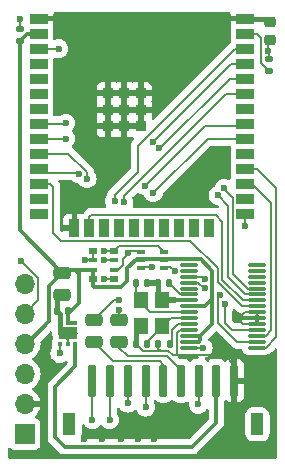
<source format=gbr>
%TF.GenerationSoftware,KiCad,Pcbnew,8.0.2-1*%
%TF.CreationDate,2025-02-04T16:39:29+07:00*%
%TF.ProjectId,ESP32-iPod-BLE,45535033-322d-4695-906f-642d424c452e,rev?*%
%TF.SameCoordinates,Original*%
%TF.FileFunction,Copper,L1,Top*%
%TF.FilePolarity,Positive*%
%FSLAX46Y46*%
G04 Gerber Fmt 4.6, Leading zero omitted, Abs format (unit mm)*
G04 Created by KiCad (PCBNEW 8.0.2-1) date 2025-02-04 16:39:29*
%MOMM*%
%LPD*%
G01*
G04 APERTURE LIST*
G04 Aperture macros list*
%AMRoundRect*
0 Rectangle with rounded corners*
0 $1 Rounding radius*
0 $2 $3 $4 $5 $6 $7 $8 $9 X,Y pos of 4 corners*
0 Add a 4 corners polygon primitive as box body*
4,1,4,$2,$3,$4,$5,$6,$7,$8,$9,$2,$3,0*
0 Add four circle primitives for the rounded corners*
1,1,$1+$1,$2,$3*
1,1,$1+$1,$4,$5*
1,1,$1+$1,$6,$7*
1,1,$1+$1,$8,$9*
0 Add four rect primitives between the rounded corners*
20,1,$1+$1,$2,$3,$4,$5,0*
20,1,$1+$1,$4,$5,$6,$7,0*
20,1,$1+$1,$6,$7,$8,$9,0*
20,1,$1+$1,$8,$9,$2,$3,0*%
G04 Aperture macros list end*
%TA.AperFunction,SMDPad,CuDef*%
%ADD10RoundRect,0.100000X-0.225000X-0.100000X0.225000X-0.100000X0.225000X0.100000X-0.225000X0.100000X0*%
%TD*%
%TA.AperFunction,SMDPad,CuDef*%
%ADD11RoundRect,0.075000X-0.662500X-0.075000X0.662500X-0.075000X0.662500X0.075000X-0.662500X0.075000X0*%
%TD*%
%TA.AperFunction,SMDPad,CuDef*%
%ADD12R,0.800000X0.500000*%
%TD*%
%TA.AperFunction,SMDPad,CuDef*%
%ADD13R,0.800000X0.400000*%
%TD*%
%TA.AperFunction,SMDPad,CuDef*%
%ADD14RoundRect,0.140000X-0.140000X-0.170000X0.140000X-0.170000X0.140000X0.170000X-0.140000X0.170000X0*%
%TD*%
%TA.AperFunction,SMDPad,CuDef*%
%ADD15RoundRect,0.140000X0.140000X0.170000X-0.140000X0.170000X-0.140000X-0.170000X0.140000X-0.170000X0*%
%TD*%
%TA.AperFunction,SMDPad,CuDef*%
%ADD16RoundRect,0.250000X0.475000X-0.250000X0.475000X0.250000X-0.475000X0.250000X-0.475000X-0.250000X0*%
%TD*%
%TA.AperFunction,SMDPad,CuDef*%
%ADD17RoundRect,0.175000X-0.175000X-1.175000X0.175000X-1.175000X0.175000X1.175000X-0.175000X1.175000X0*%
%TD*%
%TA.AperFunction,SMDPad,CuDef*%
%ADD18RoundRect,0.250000X-0.300000X-0.700000X0.300000X-0.700000X0.300000X0.700000X-0.300000X0.700000X0*%
%TD*%
%TA.AperFunction,SMDPad,CuDef*%
%ADD19R,0.900000X0.900000*%
%TD*%
%TA.AperFunction,SMDPad,CuDef*%
%ADD20R,1.500000X0.900000*%
%TD*%
%TA.AperFunction,SMDPad,CuDef*%
%ADD21R,0.900000X1.500000*%
%TD*%
%TA.AperFunction,SMDPad,CuDef*%
%ADD22RoundRect,0.135000X0.185000X-0.135000X0.185000X0.135000X-0.185000X0.135000X-0.185000X-0.135000X0*%
%TD*%
%TA.AperFunction,SMDPad,CuDef*%
%ADD23RoundRect,0.093750X-0.106250X0.093750X-0.106250X-0.093750X0.106250X-0.093750X0.106250X0.093750X0*%
%TD*%
%TA.AperFunction,HeatsinkPad*%
%ADD24C,0.500000*%
%TD*%
%TA.AperFunction,HeatsinkPad*%
%ADD25R,1.600000X1.000000*%
%TD*%
%TA.AperFunction,SMDPad,CuDef*%
%ADD26RoundRect,0.218750X-0.256250X0.218750X-0.256250X-0.218750X0.256250X-0.218750X0.256250X0.218750X0*%
%TD*%
%TA.AperFunction,SMDPad,CuDef*%
%ADD27R,1.200000X1.400000*%
%TD*%
%TA.AperFunction,SMDPad,CuDef*%
%ADD28RoundRect,0.250000X-0.475000X0.250000X-0.475000X-0.250000X0.475000X-0.250000X0.475000X0.250000X0*%
%TD*%
%TA.AperFunction,ComponentPad*%
%ADD29O,1.700000X1.700000*%
%TD*%
%TA.AperFunction,ComponentPad*%
%ADD30R,1.700000X1.700000*%
%TD*%
%TA.AperFunction,ViaPad*%
%ADD31C,0.600000*%
%TD*%
%TA.AperFunction,Conductor*%
%ADD32C,0.200000*%
%TD*%
%TA.AperFunction,Conductor*%
%ADD33C,0.400000*%
%TD*%
%TA.AperFunction,Conductor*%
%ADD34C,0.300000*%
%TD*%
G04 APERTURE END LIST*
D10*
%TO.P,U4,1,S*%
%TO.N,I2C_SCK_3V3*%
X115100000Y-90450000D03*
%TO.P,U4,2,G*%
%TO.N,+3V3*%
X115100000Y-91100000D03*
%TO.P,U4,3,D*%
%TO.N,I2C_SDA_1V8*%
X115100000Y-91750000D03*
%TO.P,U4,4,S*%
%TO.N,I2C_SDA_3V3*%
X117000000Y-91750000D03*
%TO.P,U4,5,G*%
%TO.N,+3V3*%
X117000000Y-91100000D03*
%TO.P,U4,6,D*%
%TO.N,I2C_SCK_1V8*%
X117000000Y-90450000D03*
%TD*%
D11*
%TO.P,U3,30,VINR3/VIN3P*%
%TO.N,unconnected-(U3-VINR3{slash}VIN3P-Pad30)*%
X124862500Y-91500000D03*
%TO.P,U3,29,VINL3/VIN4P*%
%TO.N,unconnected-(U3-VINL3{slash}VIN4P-Pad29)*%
X124862500Y-92000000D03*
%TO.P,U3,28,VINR4/VIN3M*%
%TO.N,unconnected-(U3-VINR4{slash}VIN3M-Pad28)*%
X124862500Y-92500000D03*
%TO.P,U3,27,VINL4/VIN4M*%
%TO.N,unconnected-(U3-VINL4{slash}VIN4M-Pad27)*%
X124862500Y-93000000D03*
%TO.P,U3,26,MD0*%
%TO.N,MD0*%
X124862500Y-93500000D03*
%TO.P,U3,25,MD1*%
%TO.N,MD1*%
X124862500Y-94000000D03*
%TO.P,U3,24,MD2*%
%TO.N,MD2*%
X124862500Y-94500000D03*
%TO.P,U3,23,MD3*%
%TO.N,MD3*%
X124862500Y-95000000D03*
%TO.P,U3,22,MD4*%
%TO.N,GND*%
X124862500Y-95500000D03*
%TO.P,U3,21,MD5*%
X124862500Y-96000000D03*
%TO.P,U3,20,MD6*%
X124862500Y-96500000D03*
%TO.P,U3,19,INT*%
%TO.N,ADC_INT*%
X124862500Y-97000000D03*
%TO.P,U3,18,DOUT*%
%TO.N,I2S_DATA_3V3*%
X124862500Y-97500000D03*
%TO.P,U3,17,BCK*%
%TO.N,I2S_BCK_3V3*%
X124862500Y-98000000D03*
%TO.P,U3,16,LRCK*%
%TO.N,I2S_WS_3V3*%
X124862500Y-98500000D03*
%TO.P,U3,15,SCKI*%
%TO.N,Net-(JP6-B)*%
X119137500Y-98500000D03*
%TO.P,U3,14,IOVDD*%
%TO.N,+3V3*%
X119137500Y-98000000D03*
%TO.P,U3,13,DVDD*%
X119137500Y-97500000D03*
%TO.P,U3,12,DGND*%
%TO.N,GND*%
X119137500Y-97000000D03*
%TO.P,U3,11,LDO*%
%TO.N,Net-(U3-LDO)*%
X119137500Y-96500000D03*
%TO.P,U3,10,XI*%
%TO.N,Net-(U3-XI)*%
X119137500Y-96000000D03*
%TO.P,U3,9,XO*%
%TO.N,Net-(U3-XO)*%
X119137500Y-95500000D03*
%TO.P,U3,8,AVDD*%
%TO.N,+3V3*%
X119137500Y-95000000D03*
%TO.P,U3,7,AGND*%
%TO.N,GND*%
X119137500Y-94500000D03*
%TO.P,U3,6,VREF*%
%TO.N,Net-(U3-VREF)*%
X119137500Y-94000000D03*
%TO.P,U3,5,MIC_BIAS*%
%TO.N,unconnected-(U3-MIC_BIAS-Pad5)*%
X119137500Y-93500000D03*
%TO.P,U3,4,VINR1/VIN2P*%
%TO.N,Net-(U3-VINR1{slash}VIN2P)*%
X119137500Y-93000000D03*
%TO.P,U3,3,VINL1/VIN1P*%
%TO.N,Net-(U3-VINL1{slash}VIN1P)*%
X119137500Y-92500000D03*
%TO.P,U3,2,VINR2/VIN2M*%
%TO.N,unconnected-(U3-VINR2{slash}VIN2M-Pad2)*%
X119137500Y-92000000D03*
%TO.P,U3,1,VINL2/VIN1M*%
%TO.N,unconnected-(U3-VINL2{slash}VIN1M-Pad1)*%
X119137500Y-91500000D03*
%TD*%
D12*
%TO.P,RN1,1,R1.1*%
%TO.N,I2C_SDA_3V3*%
X112800000Y-92700000D03*
D13*
%TO.P,RN1,2,R2.1*%
%TO.N,I2C_SCK_3V3*%
X112800000Y-91900000D03*
%TO.P,RN1,3,R3.1*%
%TO.N,I2C_SDA_1V8*%
X112800000Y-91100000D03*
D12*
%TO.P,RN1,4,R4.1*%
%TO.N,I2C_SCK_1V8*%
X112800000Y-90300000D03*
%TO.P,RN1,5,R4.2*%
%TO.N,+1V8*%
X111000000Y-90300000D03*
D13*
%TO.P,RN1,6,R3.2*%
X111000000Y-91100000D03*
%TO.P,RN1,7,R2.2*%
%TO.N,+3V3*%
X111000000Y-91900000D03*
D12*
%TO.P,RN1,8,R1.2*%
X111000000Y-92700000D03*
%TD*%
D14*
%TO.P,C8,1*%
%TO.N,GND*%
X114651250Y-98200000D03*
%TO.P,C8,2*%
%TO.N,Net-(U3-XI)*%
X115611250Y-98200000D03*
%TD*%
D15*
%TO.P,C7,1*%
%TO.N,GND*%
X115600000Y-93000000D03*
%TO.P,C7,2*%
%TO.N,Net-(U3-XO)*%
X114640000Y-93000000D03*
%TD*%
D14*
%TO.P,C6,2*%
%TO.N,Net-(U3-VREF)*%
X117460000Y-93000000D03*
%TO.P,C6,1*%
%TO.N,GND*%
X116500000Y-93000000D03*
%TD*%
D15*
%TO.P,C5,1*%
%TO.N,Net-(U3-LDO)*%
X117480000Y-98200000D03*
%TO.P,C5,2*%
%TO.N,GND*%
X116520000Y-98200000D03*
%TD*%
D16*
%TO.P,C4,1*%
%TO.N,LINE_R*%
X113200000Y-98049999D03*
%TO.P,C4,2*%
%TO.N,Net-(U3-VINR1{slash}VIN2P)*%
X113200000Y-96150001D03*
%TD*%
%TO.P,C3,1*%
%TO.N,LINE_L*%
X111099998Y-98049999D03*
%TO.P,C3,2*%
%TO.N,Net-(U3-VINL1{slash}VIN1P)*%
X111099998Y-96150001D03*
%TD*%
D17*
%TO.P,J1,1,Pin_1*%
%TO.N,RX_2*%
X110950000Y-101300000D03*
%TO.P,J1,2,Pin_2*%
%TO.N,TX_2*%
X112450000Y-101300000D03*
%TO.P,J1,3,Pin_3*%
%TO.N,I2C_SDA_1V8*%
X113950000Y-101300000D03*
%TO.P,J1,4,Pin_4*%
%TO.N,I2C_SCK_1V8*%
X115450000Y-101300000D03*
%TO.P,J1,5,Pin_5*%
%TO.N,LINE_L*%
X116950000Y-101300000D03*
%TO.P,J1,6,Pin_6*%
%TO.N,LINE_R*%
X118450000Y-101300000D03*
%TO.P,J1,7,Pin_7*%
%TO.N,+1V8*%
X119950000Y-101300000D03*
%TO.P,J1,8,Pin_8*%
%TO.N,V_BATT*%
X121450000Y-101300000D03*
%TO.P,J1,9,Pin_9*%
%TO.N,GND*%
X122950000Y-101300000D03*
D18*
%TO.P,J1,MP*%
%TO.N,N/C*%
X109000000Y-105000000D03*
X124900000Y-105000000D03*
%TD*%
D19*
%TO.P,U2,39,GND_THERMAL*%
%TO.N,GND*%
X115050000Y-79760000D03*
X115050000Y-78360000D03*
X115050000Y-76960000D03*
X113650000Y-79760000D03*
X113650000Y-79760000D03*
X113650000Y-78360000D03*
X113650000Y-76960000D03*
X112250000Y-79760000D03*
X112250000Y-79760000D03*
X112250000Y-78360000D03*
X112250000Y-76960000D03*
X112250000Y-76960000D03*
D20*
%TO.P,U2,38,GND*%
X123900000Y-70640000D03*
%TO.P,U2,37,GPIO23*%
%TO.N,LED*%
X123900000Y-71910000D03*
%TO.P,U2,36,GPIO22*%
%TO.N,I2C_SCK_3V3*%
X123900000Y-73180000D03*
%TO.P,U2,35,U0TXD/GPIO1*%
%TO.N,TX_0*%
X123900000Y-74450000D03*
%TO.P,U2,34,U0RXD/GPIO3*%
%TO.N,RX_0*%
X123900000Y-75720000D03*
%TO.P,U2,33,GPIO21*%
%TO.N,I2C_SDA_3V3*%
X123900000Y-76990000D03*
%TO.P,U2,32*%
%TO.N,N/C*%
X123900000Y-78260000D03*
%TO.P,U2,31,GPIO19*%
%TO.N,RX_2*%
X123900000Y-79530000D03*
%TO.P,U2,30,GPIO18*%
%TO.N,TX_2*%
X123900000Y-80800000D03*
%TO.P,U2,29,GPIO5*%
%TO.N,unconnected-(U2-GPIO5-Pad29)*%
X123900000Y-82070000D03*
%TO.P,U2,28,GPIO17*%
%TO.N,I2S_WS_3V3*%
X123900000Y-83340000D03*
%TO.P,U2,27,GPIO16*%
%TO.N,I2S_DATA_3V3*%
X123900000Y-84610000D03*
%TO.P,U2,26,ADC2_CH0/GPIO4*%
%TO.N,unconnected-(U2-ADC2_CH0{slash}GPIO4-Pad26)*%
X123900000Y-85880000D03*
%TO.P,U2,25,GPIO0/BOOT/ADC2_CH1*%
%TO.N,IO0*%
X123900000Y-87150000D03*
D21*
%TO.P,U2,24,ADC2_CH2/GPIO2*%
%TO.N,unconnected-(U2-ADC2_CH2{slash}GPIO2-Pad24)*%
X120860000Y-88400000D03*
%TO.P,U2,23,MTDO/GPIO15/ADC2_CH3*%
%TO.N,unconnected-(U2-MTDO{slash}GPIO15{slash}ADC2_CH3-Pad23)*%
X119590000Y-88400000D03*
%TO.P,U2,22*%
%TO.N,N/C*%
X118320000Y-88400000D03*
%TO.P,U2,21*%
X117050000Y-88400000D03*
%TO.P,U2,20*%
X115780000Y-88400000D03*
%TO.P,U2,19*%
X114510000Y-88400000D03*
%TO.P,U2,18*%
X113240000Y-88400000D03*
%TO.P,U2,17*%
X111970000Y-88400000D03*
%TO.P,U2,16,MTCK/GPIO13/ADC2_CH4*%
%TO.N,MD2*%
X110700000Y-88400000D03*
%TO.P,U2,15,GND*%
%TO.N,GND*%
X109430000Y-88400000D03*
D20*
%TO.P,U2,14,MTDI/GPIO12/ADC2_CH5*%
%TO.N,unconnected-(U2-MTDI{slash}GPIO12{slash}ADC2_CH5-Pad14)*%
X106400000Y-87150000D03*
%TO.P,U2,13,MTMS/GPIO14/ADC2_CH6*%
%TO.N,unconnected-(U2-MTMS{slash}GPIO14{slash}ADC2_CH6-Pad13)*%
X106400000Y-85880000D03*
%TO.P,U2,12,ADC2_CH7/GPIO27*%
%TO.N,MD3*%
X106400000Y-84610000D03*
%TO.P,U2,11,DAC_2/ADC2_CH9/GPIO26*%
%TO.N,ADC_INT*%
X106400000Y-83340000D03*
%TO.P,U2,10,DAC_1/ADC2_CH8/GPIO25*%
%TO.N,I2S_BCK_3V3*%
X106400000Y-82070000D03*
%TO.P,U2,9,32K_XN/GPIO33/ADC1_CH5*%
%TO.N,MD1*%
X106400000Y-80800000D03*
%TO.P,U2,8,32K_XP/GPIO32/ADC1_CH4*%
%TO.N,MD0*%
X106400000Y-79530000D03*
%TO.P,U2,7,GPIO35/ADC1_CH7*%
%TO.N,unconnected-(U2-GPIO35{slash}ADC1_CH7-Pad7)*%
X106400000Y-78260000D03*
%TO.P,U2,6,GPIO34/ADC1_CH6*%
%TO.N,unconnected-(U2-GPIO34{slash}ADC1_CH6-Pad6)*%
X106400000Y-76990000D03*
%TO.P,U2,5,SENSOR_VN/GPIO39/ADC1_CH3*%
%TO.N,unconnected-(U2-SENSOR_VN{slash}GPIO39{slash}ADC1_CH3-Pad5)*%
X106400000Y-75720000D03*
%TO.P,U2,4,SENSOR_VP/GPIO36/ADC1_CH0*%
%TO.N,unconnected-(U2-SENSOR_VP{slash}GPIO36{slash}ADC1_CH0-Pad4)*%
X106400000Y-74450000D03*
%TO.P,U2,3,EN/CHIP_PU*%
%TO.N,RST*%
X106400000Y-73180000D03*
%TO.P,U2,2,3V3*%
%TO.N,+3V3*%
X106400000Y-71910000D03*
%TO.P,U2,1,GND*%
%TO.N,GND*%
X106400000Y-70640000D03*
%TD*%
D15*
%TO.P,C1,1*%
%TO.N,+3V3*%
X108880000Y-95400000D03*
%TO.P,C1,2*%
%TO.N,GND*%
X107920000Y-95400000D03*
%TD*%
D22*
%TO.P,R2,2*%
%TO.N,Net-(D1-A)*%
X125900000Y-74090001D03*
%TO.P,R2,1*%
%TO.N,LED*%
X125900000Y-75109999D03*
%TD*%
%TO.P,R1,1*%
%TO.N,+3V3*%
X104800000Y-72509999D03*
%TO.P,R1,2*%
%TO.N,RST*%
X104800000Y-71490001D03*
%TD*%
D23*
%TO.P,U1,1,OUT*%
%TO.N,+3V3*%
X109500000Y-96412500D03*
%TO.P,U1,2,SNS*%
X108850000Y-96412500D03*
%TO.P,U1,3,GND*%
%TO.N,GND*%
X108200000Y-96412500D03*
%TO.P,U1,4,EN*%
%TO.N,ENA*%
X108200000Y-98187500D03*
%TO.P,U1,5,GND*%
%TO.N,GND*%
X108850000Y-98187500D03*
%TO.P,U1,6,IN*%
%TO.N,V_BATT*%
X109500000Y-98187500D03*
D24*
%TO.P,U1,7,PAD*%
%TO.N,GND*%
X109400000Y-97300000D03*
D25*
X108850000Y-97300000D03*
D24*
X108300000Y-97300000D03*
%TD*%
D26*
%TO.P,D1,1,K*%
%TO.N,GND*%
X126000000Y-70900000D03*
%TO.P,D1,2,A*%
%TO.N,Net-(D1-A)*%
X126000000Y-72475002D03*
%TD*%
D27*
%TO.P,Y2,1,1*%
%TO.N,Net-(U3-XI)*%
X116800000Y-96700000D03*
%TO.P,Y2,2,2*%
%TO.N,GND*%
X116800000Y-94500000D03*
%TO.P,Y2,3,3*%
%TO.N,Net-(U3-XO)*%
X115100000Y-94500000D03*
%TO.P,Y2,4,4*%
%TO.N,GND*%
X115100000Y-96700000D03*
%TD*%
D28*
%TO.P,C2,1*%
%TO.N,+3V3*%
X108400000Y-92150001D03*
%TO.P,C2,2*%
%TO.N,GND*%
X108400000Y-94049999D03*
%TD*%
D29*
%TO.P,J2,6,Pin_6*%
%TO.N,RX_0*%
X105200000Y-93100000D03*
%TO.P,J2,5,Pin_5*%
%TO.N,TX_0*%
X105200000Y-95640000D03*
%TO.P,J2,4,Pin_4*%
%TO.N,+3V3*%
X105200000Y-98180000D03*
%TO.P,J2,3,Pin_3*%
%TO.N,IO0*%
X105200000Y-100720001D03*
%TO.P,J2,2,Pin_2*%
%TO.N,GND*%
X105200000Y-103260000D03*
D30*
%TO.P,J2,1,Pin_1*%
%TO.N,RST*%
X105200000Y-105800000D03*
%TD*%
D31*
%TO.N,GND*%
X123300000Y-96100000D03*
X109600000Y-86300000D03*
X108600000Y-86300000D03*
X109600000Y-85100000D03*
X108600000Y-85100000D03*
X117850000Y-94500000D03*
X117250000Y-86300000D03*
X118020000Y-86310000D03*
X118800000Y-86300000D03*
X121970000Y-83330000D03*
X121970000Y-82490000D03*
X121960000Y-81680000D03*
%TO.N,MD1*%
X121587851Y-85614579D03*
X108700000Y-80800000D03*
%TO.N,MD0*%
X122100000Y-85000000D03*
X108700000Y-79500000D03*
%TO.N,TX_0*%
X104900000Y-91200000D03*
%TO.N,I2C_SDA_3V3*%
X113614145Y-86200000D03*
%TO.N,I2C_SCK_3V3*%
X114000000Y-90500000D03*
%TO.N,I2S_BCK_3V3*%
X121792892Y-94007108D03*
X110500000Y-84200000D03*
%TO.N,IO0*%
X123900000Y-88200000D03*
%TO.N,ADC_INT*%
X122200000Y-94788865D03*
X109800000Y-83800000D03*
%TO.N,Net-(JP6-B)*%
X120329962Y-98546542D03*
%TO.N,I2C_SDA_3V3*%
X111900000Y-92700000D03*
X117900001Y-92017686D03*
%TO.N,I2C_SDA_1V8*%
X116000000Y-91694062D03*
%TO.N,+1V8*%
X110300000Y-91100000D03*
%TO.N,I2C_SCK_1V8*%
X115450000Y-103550000D03*
X111900000Y-90300000D03*
%TO.N,I2C_SDA_1V8*%
X113950000Y-103200000D03*
X111900000Y-91100000D03*
%TO.N,+1V8*%
X119900000Y-103300000D03*
%TO.N,Net-(U3-VINL1{slash}VIN1P)*%
X113200000Y-94499997D03*
X120450000Y-92694062D03*
%TO.N,Net-(U3-VINR1{slash}VIN2P)*%
X113200000Y-95300000D03*
X120450000Y-93494065D03*
%TO.N,RST*%
X108100000Y-73200000D03*
%TO.N,ENA*%
X108200000Y-99000000D03*
%TO.N,RX_2*%
X110950000Y-104600000D03*
%TO.N,TX_2*%
X112400000Y-104600000D03*
%TO.N,Net-(D1-A)*%
X125825000Y-73400000D03*
%TO.N,GND*%
X116600000Y-74800000D03*
X114600000Y-73800000D03*
X112600000Y-73800000D03*
X114600000Y-74800000D03*
X115600000Y-73800000D03*
X113600000Y-73800000D03*
X111800000Y-106200000D03*
X114800000Y-106200000D03*
X116200000Y-106200000D03*
X111600000Y-73800000D03*
X112600000Y-74800000D03*
X111600000Y-74800000D03*
X115600000Y-74800000D03*
X110200000Y-106200000D03*
X113600000Y-74800000D03*
X113400000Y-106200000D03*
X116600000Y-73800000D03*
%TO.N,RX_0*%
X116615642Y-81643761D03*
%TO.N,RX_2*%
X115400000Y-84800000D03*
%TO.N,TX_2*%
X116100000Y-85400000D03*
%TO.N,TX_0*%
X116059143Y-81069032D03*
%TO.N,I2C_SCK_3V3*%
X112820417Y-86100000D03*
%TO.N,RST*%
X104800000Y-70720000D03*
%TD*%
D32*
%TO.N,I2S_BCK_3V3*%
X108918529Y-82070000D02*
X106400000Y-82070000D01*
X110500000Y-84200000D02*
X110500000Y-83651471D01*
X110500000Y-83651471D02*
X108918529Y-82070000D01*
%TO.N,ADC_INT*%
X109800000Y-83800000D02*
X109700000Y-83700000D01*
X106760000Y-83700000D02*
X106400000Y-83340000D01*
X109700000Y-83700000D02*
X106760000Y-83700000D01*
%TO.N,GND*%
X122167157Y-99167157D02*
X118100000Y-99167157D01*
X119137500Y-97000000D02*
X118367590Y-97000000D01*
X118100000Y-97267590D02*
X118100000Y-99167157D01*
X118100000Y-99167157D02*
X117742843Y-99167157D01*
X118367590Y-97000000D02*
X118100000Y-97267590D01*
%TO.N,Net-(U3-LDO)*%
X117500000Y-98300000D02*
X117700000Y-98100000D01*
X117700000Y-97000000D02*
X118200000Y-96500000D01*
X117700000Y-98100000D02*
X117700000Y-97000000D01*
X118200000Y-96500000D02*
X119137500Y-96500000D01*
%TO.N,GND*%
X126000000Y-70900000D02*
X125900000Y-70900000D01*
X125900000Y-70900000D02*
X125640000Y-70640000D01*
D33*
X125640000Y-70640000D02*
X123900000Y-70640000D01*
D32*
%TO.N,MD3*%
X124862500Y-95000000D02*
X123634314Y-95000000D01*
X121550000Y-91794365D02*
X119205635Y-89450000D01*
X119205635Y-89450000D02*
X108250000Y-89450000D01*
X107350000Y-84610000D02*
X106400000Y-84610000D01*
X123634314Y-95000000D02*
X121550000Y-92915686D01*
X121550000Y-92915686D02*
X121550000Y-91794365D01*
X108250000Y-89450000D02*
X107630000Y-88830000D01*
X107630000Y-84890000D02*
X107350000Y-84610000D01*
X107630000Y-88830000D02*
X107630000Y-84890000D01*
D33*
%TO.N,GND*%
X116500000Y-93000000D02*
X116500000Y-94200000D01*
D32*
X116500000Y-94200000D02*
X116800000Y-94500000D01*
X124862500Y-95500000D02*
X123900000Y-95500000D01*
X123900000Y-95500000D02*
X123300000Y-96100000D01*
X124862500Y-96500000D02*
X123700000Y-96500000D01*
X123700000Y-96500000D02*
X123300000Y-96100000D01*
%TO.N,ADC_INT*%
X122200000Y-94788865D02*
X122200000Y-96434314D01*
X122200000Y-96434314D02*
X122765686Y-97000000D01*
X122765686Y-97000000D02*
X124862500Y-97000000D01*
%TO.N,I2S_BCK_3V3*%
X121792892Y-94007108D02*
X121600000Y-94200000D01*
X121600000Y-94200000D02*
X121600000Y-96400000D01*
X121600000Y-96400000D02*
X123200000Y-98000000D01*
X123200000Y-98000000D02*
X124862500Y-98000000D01*
%TO.N,MD2*%
X124862500Y-94500000D02*
X123700000Y-94500000D01*
X123700000Y-94500000D02*
X121950000Y-92750000D01*
X121379584Y-87279584D02*
X110870416Y-87279584D01*
X110870416Y-87279584D02*
X110700000Y-87450000D01*
X121950000Y-92750000D02*
X121950000Y-87850000D01*
X121950000Y-87850000D02*
X121379584Y-87279584D01*
X110700000Y-87450000D02*
X110700000Y-88400000D01*
%TO.N,I2S_DATA_3V3*%
X124862500Y-97500000D02*
X125632410Y-97500000D01*
X125632410Y-97500000D02*
X126100000Y-97032410D01*
X126100000Y-97032410D02*
X126100000Y-86280000D01*
X124430000Y-84610000D02*
X123900000Y-84610000D01*
X126100000Y-86280000D02*
X124430000Y-84610000D01*
%TO.N,I2S_WS_3V3*%
X123900000Y-83340000D02*
X124890000Y-83340000D01*
X126500000Y-97632410D02*
X125632410Y-98500000D01*
X124890000Y-83340000D02*
X126500000Y-84950000D01*
X126500000Y-84950000D02*
X126500000Y-97632410D01*
X125632410Y-98500000D02*
X124862500Y-98500000D01*
D34*
%TO.N,+3V3*%
X113900000Y-92850000D02*
X113400000Y-93350000D01*
X114685832Y-91000000D02*
X113900000Y-91785832D01*
X113900000Y-91785832D02*
X113900000Y-92850000D01*
X115100000Y-91000000D02*
X114685832Y-91000000D01*
X113400000Y-93350000D02*
X111100000Y-93350000D01*
X111100000Y-93350000D02*
X111000000Y-93250000D01*
X111000000Y-93250000D02*
X111000000Y-92700000D01*
X115100000Y-91000000D02*
X120119239Y-91000000D01*
X120119239Y-91000000D02*
X121100000Y-91980761D01*
X121100000Y-91980761D02*
X121100000Y-94400000D01*
D32*
%TO.N,I2C_SDA_1V8*%
X116000000Y-91694062D02*
X115955938Y-91650000D01*
X115955938Y-91650000D02*
X115100000Y-91650000D01*
%TO.N,I2C_SCK_3V3*%
X114150000Y-90350000D02*
X113500000Y-91000000D01*
X113500000Y-91000000D02*
X113500000Y-91550000D01*
X113500000Y-91550000D02*
X113150000Y-91900000D01*
X113150000Y-91900000D02*
X112800000Y-91900000D01*
%TO.N,Net-(D1-A)*%
X125900000Y-74090001D02*
X125900000Y-73475000D01*
X125900000Y-73475000D02*
X125825000Y-73400000D01*
X125800000Y-72675002D02*
X126000000Y-72475002D01*
X125825000Y-73400000D02*
X125800000Y-73375000D01*
X125800000Y-73375000D02*
X125800000Y-72675002D01*
%TO.N,LED*%
X126000000Y-74909999D02*
X125709999Y-74909999D01*
X125709999Y-74909999D02*
X125225000Y-74425000D01*
X125225000Y-74425000D02*
X125225000Y-72285000D01*
X125225000Y-72285000D02*
X124850000Y-71910000D01*
X124850000Y-71910000D02*
X123900000Y-71910000D01*
%TO.N,RST*%
X108100000Y-73200000D02*
X106950000Y-73200000D01*
X106930000Y-73180000D02*
X106400000Y-73180000D01*
X106950000Y-73200000D02*
X106930000Y-73180000D01*
%TO.N,GND*%
X108850000Y-98187500D02*
X108850000Y-97850000D01*
X108850000Y-97850000D02*
X108300000Y-97300000D01*
D33*
X108200000Y-96412500D02*
X108200000Y-97200000D01*
D32*
X108200000Y-97200000D02*
X108300000Y-97300000D01*
D33*
X108200000Y-96412500D02*
X108200000Y-95680000D01*
X108200000Y-95680000D02*
X107920000Y-95400000D01*
X107920000Y-95400000D02*
X107920000Y-94529999D01*
D32*
X108300000Y-96512500D02*
X108200000Y-96412500D01*
X116730000Y-98810000D02*
X115261250Y-98810000D01*
X116520000Y-98600000D02*
X116520000Y-98200000D01*
X117385686Y-98810000D02*
X116730000Y-98810000D01*
X116730000Y-98810000D02*
X116520000Y-98600000D01*
X122950000Y-101300000D02*
X122950000Y-99950000D01*
X122950000Y-99950000D02*
X122167157Y-99167157D01*
X117742843Y-99167157D02*
X117385686Y-98810000D01*
X115261250Y-98810000D02*
X114651250Y-98200000D01*
%TO.N,LINE_R*%
X118450000Y-101300000D02*
X118450000Y-100440000D01*
X117250000Y-99240000D02*
X113940002Y-99240000D01*
X118450000Y-100440000D02*
X117250000Y-99240000D01*
X113940002Y-99240000D02*
X113200000Y-98499998D01*
%TO.N,LINE_L*%
X116950000Y-101300000D02*
X116950000Y-99950000D01*
X116950000Y-99950000D02*
X116640000Y-99640000D01*
X116640000Y-99640000D02*
X112689999Y-99640000D01*
X112689999Y-99640000D02*
X111099998Y-98049999D01*
D33*
%TO.N,GND*%
X114651250Y-98200000D02*
X114651250Y-97148750D01*
D32*
%TO.N,Net-(U3-VINR1{slash}VIN2P)*%
X119907410Y-93000000D02*
X119137500Y-93000000D01*
X120450000Y-93494065D02*
X120401475Y-93494065D01*
X120401475Y-93494065D02*
X119907410Y-93000000D01*
D34*
%TO.N,GND*%
X119137500Y-94500000D02*
X116800000Y-94500000D01*
D32*
%TO.N,TX_0*%
X105200000Y-95640000D02*
X106350000Y-94490000D01*
X106350000Y-92623654D02*
X104926346Y-91200000D01*
X106350000Y-94490000D02*
X106350000Y-92623654D01*
X104926346Y-91200000D02*
X104900000Y-91200000D01*
%TO.N,+1V8*%
X119900000Y-103300000D02*
X119950000Y-103250000D01*
X119950000Y-103250000D02*
X119950000Y-101300000D01*
%TO.N,MD0*%
X124862500Y-93500000D02*
X124092590Y-93500000D01*
X124092590Y-93500000D02*
X122850000Y-92257410D01*
X122850000Y-85850000D02*
X122100000Y-85100000D01*
X122850000Y-92257410D02*
X122850000Y-85850000D01*
X122100000Y-85100000D02*
X122100000Y-85000000D01*
%TO.N,MD1*%
X121587851Y-85614579D02*
X122450000Y-86476728D01*
X122450000Y-86476728D02*
X122450000Y-92550000D01*
X123900000Y-94000000D02*
X124862500Y-94000000D01*
X122450000Y-92550000D02*
X123900000Y-94000000D01*
%TO.N,I2C_SDA_3V3*%
X113614145Y-86200000D02*
X113614145Y-85634385D01*
X113614145Y-85634385D02*
X122258530Y-76990000D01*
X122258530Y-76990000D02*
X123900000Y-76990000D01*
%TO.N,I2C_SCK_3V3*%
X112820417Y-85579583D02*
X114800000Y-83600000D01*
X112820417Y-86100000D02*
X112820417Y-85579583D01*
X114800000Y-83600000D02*
X114800000Y-81400000D01*
X114800000Y-81400000D02*
X123020000Y-73180000D01*
X123020000Y-73180000D02*
X123900000Y-73180000D01*
%TO.N,MD1*%
X106400000Y-80800000D02*
X108700000Y-80800000D01*
%TO.N,MD0*%
X108700000Y-79500000D02*
X108670000Y-79530000D01*
X108670000Y-79530000D02*
X106400000Y-79530000D01*
%TO.N,RX_2*%
X110950000Y-104600000D02*
X110950000Y-101300000D01*
%TO.N,TX_2*%
X112400000Y-104600000D02*
X112450000Y-104550000D01*
X112450000Y-104550000D02*
X112450000Y-101300000D01*
%TO.N,RX_2*%
X120500000Y-79700000D02*
X123730000Y-79700000D01*
X115400000Y-84800000D02*
X120500000Y-79700000D01*
X123730000Y-79700000D02*
X123900000Y-79530000D01*
%TO.N,TX_2*%
X116100000Y-85400000D02*
X120700000Y-80800000D01*
X120700000Y-80800000D02*
X123900000Y-80800000D01*
%TO.N,RX_0*%
X116615642Y-81643761D02*
X116656239Y-81643761D01*
X116656239Y-81643761D02*
X122580000Y-75720000D01*
X122580000Y-75720000D02*
X123900000Y-75720000D01*
%TO.N,IO0*%
X123900000Y-87150000D02*
X123900000Y-88200000D01*
%TO.N,TX_0*%
X122700000Y-74450000D02*
X123900000Y-74450000D01*
X116059143Y-81069032D02*
X116080968Y-81069032D01*
X116080968Y-81069032D02*
X122700000Y-74450000D01*
D34*
%TO.N,+3V3*%
X108880000Y-95400000D02*
X109100000Y-95400000D01*
X109100000Y-95400000D02*
X109800000Y-94700000D01*
X109800000Y-94700000D02*
X109800000Y-92200000D01*
X109800000Y-92200000D02*
X109500000Y-91900000D01*
X109500000Y-91900000D02*
X108650001Y-91900000D01*
D32*
%TO.N,+1V8*%
X111000000Y-91100000D02*
X110300000Y-91100000D01*
%TO.N,Net-(U3-VINL1{slash}VIN1P)*%
X120450000Y-92694062D02*
X120255938Y-92500000D01*
X120255938Y-92500000D02*
X119137500Y-92500000D01*
D34*
%TO.N,+3V3*%
X121100000Y-94400000D02*
X120500000Y-95000000D01*
X120500000Y-95000000D02*
X119137500Y-95000000D01*
D32*
%TO.N,I2C_SCK_3V3*%
X115100000Y-90350000D02*
X114150000Y-90350000D01*
X114000000Y-90500000D02*
X114150000Y-90350000D01*
D34*
%TO.N,+3V3*%
X121100000Y-94400000D02*
X121100000Y-94800000D01*
X120078120Y-97500000D02*
X120078120Y-97900000D01*
X120078120Y-97900000D02*
X119978120Y-98000000D01*
X121100000Y-96478120D02*
X120078120Y-97500000D01*
X120078120Y-97500000D02*
X119137500Y-97500000D01*
X121100000Y-94600000D02*
X121100000Y-96478120D01*
D32*
%TO.N,Net-(JP6-B)*%
X120283420Y-98500000D02*
X120329962Y-98546542D01*
X119137500Y-98500000D02*
X120283420Y-98500000D01*
D34*
%TO.N,+3V3*%
X119978120Y-98000000D02*
X119137500Y-98000000D01*
X111000000Y-91900000D02*
X108650001Y-91900000D01*
X108650001Y-91900000D02*
X108400000Y-92150001D01*
D32*
X115100000Y-91000000D02*
X114856544Y-91000000D01*
%TO.N,I2C_SDA_3V3*%
X117900001Y-92017686D02*
X117532315Y-91650000D01*
X117532315Y-91650000D02*
X117000000Y-91650000D01*
X111900000Y-92700000D02*
X112800000Y-92700000D01*
%TO.N,+3V3*%
X111000000Y-91900000D02*
X110800000Y-91900000D01*
%TO.N,I2C_SCK_1V8*%
X112800000Y-90300000D02*
X113200000Y-89900000D01*
X113200000Y-89900000D02*
X114000000Y-89900000D01*
X113800000Y-89900000D02*
X116500000Y-89900000D01*
X116500000Y-89900000D02*
X117000000Y-90400000D01*
%TO.N,+1V8*%
X111000000Y-91100000D02*
X111000000Y-90300000D01*
%TO.N,Net-(U3-VINL1{slash}VIN1P)*%
X112750002Y-94499997D02*
X111099998Y-96150001D01*
X113200000Y-94499997D02*
X112750002Y-94499997D01*
D34*
%TO.N,+3V3*%
X108400000Y-92150001D02*
X107290000Y-93260001D01*
X107290000Y-93260001D02*
X107290000Y-96290000D01*
X107290000Y-96290000D02*
X105400000Y-98180000D01*
X108400000Y-92150001D02*
X104800000Y-88550001D01*
X104800000Y-88550001D02*
X104800000Y-72509999D01*
X108880000Y-95400000D02*
X108850000Y-95430000D01*
X108850000Y-95430000D02*
X108850000Y-96412500D01*
D32*
%TO.N,I2C_SCK_1V8*%
X115450000Y-103550000D02*
X115450000Y-101300000D01*
%TO.N,I2C_SDA_1V8*%
X113950000Y-103200000D02*
X113950000Y-101300000D01*
%TO.N,I2C_SCK_1V8*%
X112800000Y-90300000D02*
X111900000Y-90300000D01*
%TO.N,I2C_SDA_1V8*%
X112800000Y-91100000D02*
X111900000Y-91100000D01*
D34*
%TO.N,+3V3*%
X111000000Y-92700000D02*
X111000000Y-91900000D01*
D32*
X111000000Y-92700000D02*
X110975000Y-92675000D01*
D34*
%TO.N,V_BATT*%
X109500000Y-98187500D02*
X109500000Y-100100000D01*
X109500000Y-100100000D02*
X107800000Y-101800000D01*
X107800000Y-101800000D02*
X107800000Y-106100000D01*
X107800000Y-106100000D02*
X108600000Y-106900000D01*
X108600000Y-106900000D02*
X119400000Y-106900000D01*
X121450000Y-104850000D02*
X121450000Y-101300000D01*
X119400000Y-106900000D02*
X121450000Y-104850000D01*
D32*
%TO.N,Net-(U3-VINR1{slash}VIN2P)*%
X113200000Y-96150001D02*
X113200000Y-95300000D01*
%TO.N,Net-(U3-VREF)*%
X117480000Y-93100000D02*
X117480000Y-93112410D01*
X117480000Y-93112410D02*
X118367590Y-94000000D01*
X118367590Y-94000000D02*
X118668750Y-94000000D01*
%TO.N,Net-(U3-XI)*%
X115611250Y-98200000D02*
X115611250Y-97988750D01*
X115611250Y-97988750D02*
X117600000Y-96000000D01*
X117600000Y-96000000D02*
X119137500Y-96000000D01*
%TO.N,Net-(U3-XO)*%
X119137500Y-95500000D02*
X115800000Y-95500000D01*
X115800000Y-95500000D02*
X115100000Y-94800000D01*
X115100000Y-94800000D02*
X115100000Y-94600000D01*
X114640000Y-93100000D02*
X114640000Y-94380000D01*
D34*
%TO.N,+3V3*%
X106400000Y-71910000D02*
X105399999Y-71910000D01*
X105399999Y-71910000D02*
X104800000Y-72509999D01*
D32*
%TO.N,RST*%
X106280000Y-73300000D02*
X106400000Y-73180000D01*
%TO.N,+3V3*%
X106110000Y-72200000D02*
X106400000Y-71910000D01*
D34*
X108850000Y-96412500D02*
X109500000Y-96412500D01*
D32*
%TO.N,ENA*%
X108200000Y-99000000D02*
X108200000Y-98187500D01*
%TO.N,LED*%
X123370000Y-71910000D02*
X123900000Y-71910000D01*
%TO.N,IO0*%
X123850000Y-87200000D02*
X123900000Y-87150000D01*
%TO.N,RST*%
X104800000Y-70720000D02*
X104800000Y-71490001D01*
%TD*%
%TA.AperFunction,Conductor*%
%TO.N,GND*%
G36*
X121467749Y-97132830D02*
G01*
X121512095Y-97161330D01*
X122831284Y-98480520D01*
X122831286Y-98480521D01*
X122831290Y-98480524D01*
X122968209Y-98559573D01*
X122968216Y-98559577D01*
X123120943Y-98600501D01*
X123120945Y-98600501D01*
X123286654Y-98600501D01*
X123286670Y-98600500D01*
X123514146Y-98600500D01*
X123581185Y-98620185D01*
X123626940Y-98672989D01*
X123637085Y-98708313D01*
X123639313Y-98725235D01*
X123639313Y-98725236D01*
X123694517Y-98858511D01*
X123697302Y-98865233D01*
X123789549Y-98985451D01*
X123909767Y-99077698D01*
X124049764Y-99135687D01*
X124162280Y-99150500D01*
X124162287Y-99150500D01*
X125562713Y-99150500D01*
X125562720Y-99150500D01*
X125675236Y-99135687D01*
X125815233Y-99077698D01*
X125815236Y-99077695D01*
X125817254Y-99076531D01*
X125847168Y-99064138D01*
X125864195Y-99059577D01*
X125920514Y-99027061D01*
X126001126Y-98980520D01*
X126112930Y-98868716D01*
X126112930Y-98868714D01*
X126123134Y-98858511D01*
X126123137Y-98858506D01*
X126387820Y-98593824D01*
X126449142Y-98560340D01*
X126518834Y-98565324D01*
X126574767Y-98607196D01*
X126599184Y-98672660D01*
X126599500Y-98681506D01*
X126599500Y-107775500D01*
X126579815Y-107842539D01*
X126527011Y-107888294D01*
X126475500Y-107899500D01*
X103924500Y-107899500D01*
X103857461Y-107879815D01*
X103811706Y-107827011D01*
X103800500Y-107775500D01*
X103800500Y-107111571D01*
X103820185Y-107044532D01*
X103872989Y-106998777D01*
X103942147Y-106988833D01*
X103998811Y-107012305D01*
X104107664Y-107093793D01*
X104107671Y-107093797D01*
X104242517Y-107144091D01*
X104242516Y-107144091D01*
X104249444Y-107144835D01*
X104302127Y-107150500D01*
X106097872Y-107150499D01*
X106157483Y-107144091D01*
X106292331Y-107093796D01*
X106407546Y-107007546D01*
X106493796Y-106892331D01*
X106544091Y-106757483D01*
X106550500Y-106697873D01*
X106550499Y-104902128D01*
X106544091Y-104842517D01*
X106520495Y-104779254D01*
X106493797Y-104707671D01*
X106493793Y-104707664D01*
X106407547Y-104592455D01*
X106407544Y-104592452D01*
X106292335Y-104506206D01*
X106292328Y-104506202D01*
X106160401Y-104456997D01*
X106104467Y-104415126D01*
X106080050Y-104349662D01*
X106094902Y-104281389D01*
X106116053Y-104253133D01*
X106238108Y-104131078D01*
X106373600Y-103937578D01*
X106473429Y-103723492D01*
X106473432Y-103723486D01*
X106530636Y-103510000D01*
X105633012Y-103510000D01*
X105665925Y-103452993D01*
X105700000Y-103325826D01*
X105700000Y-103194174D01*
X105665925Y-103067007D01*
X105633012Y-103010000D01*
X106530636Y-103010000D01*
X106530635Y-103009999D01*
X106473432Y-102796513D01*
X106473429Y-102796507D01*
X106373600Y-102582422D01*
X106373599Y-102582420D01*
X106238113Y-102388926D01*
X106238108Y-102388920D01*
X106071078Y-102221890D01*
X105885405Y-102091879D01*
X105841780Y-102037302D01*
X105834588Y-101967804D01*
X105866110Y-101905449D01*
X105885398Y-101888736D01*
X106071401Y-101758496D01*
X106238495Y-101591402D01*
X106374035Y-101397831D01*
X106473903Y-101183664D01*
X106535063Y-100955409D01*
X106555659Y-100720001D01*
X106535063Y-100484593D01*
X106473903Y-100256338D01*
X106374035Y-100042172D01*
X106373925Y-100042014D01*
X106238494Y-99848598D01*
X106071402Y-99681507D01*
X106071401Y-99681506D01*
X105885839Y-99551574D01*
X105842216Y-99496998D01*
X105835023Y-99427499D01*
X105866545Y-99365145D01*
X105885837Y-99348428D01*
X106071401Y-99218495D01*
X106238495Y-99051401D01*
X106374035Y-98857830D01*
X106473903Y-98643663D01*
X106535063Y-98415408D01*
X106555659Y-98180000D01*
X106541734Y-98020849D01*
X106555500Y-97952352D01*
X106577578Y-97922366D01*
X107338525Y-97161420D01*
X107399845Y-97127937D01*
X107469537Y-97132921D01*
X107525470Y-97174793D01*
X107549887Y-97240257D01*
X107549424Y-97262984D01*
X107545254Y-97300001D01*
X107545254Y-97300003D01*
X107564175Y-97467941D01*
X107564176Y-97467946D01*
X107622297Y-97634044D01*
X107620343Y-97634727D01*
X107630050Y-97693751D01*
X107605358Y-97754070D01*
X107574672Y-97794061D01*
X107514796Y-97938616D01*
X107514794Y-97938621D01*
X107499501Y-98054788D01*
X107499500Y-98054804D01*
X107499500Y-98320195D01*
X107499501Y-98320211D01*
X107514795Y-98436382D01*
X107527604Y-98467307D01*
X107535071Y-98536776D01*
X107518037Y-98580727D01*
X107474209Y-98650480D01*
X107414633Y-98820737D01*
X107414630Y-98820750D01*
X107394435Y-98999996D01*
X107394435Y-99000003D01*
X107414630Y-99179249D01*
X107414631Y-99179254D01*
X107474211Y-99349523D01*
X107538512Y-99451856D01*
X107570184Y-99502262D01*
X107697738Y-99629816D01*
X107742647Y-99658034D01*
X107794882Y-99690856D01*
X107850478Y-99725789D01*
X107978092Y-99770443D01*
X108020745Y-99785368D01*
X108020750Y-99785369D01*
X108199996Y-99805565D01*
X108200000Y-99805565D01*
X108200004Y-99805565D01*
X108379249Y-99785369D01*
X108379252Y-99785368D01*
X108379255Y-99785368D01*
X108549522Y-99725789D01*
X108605118Y-99690856D01*
X108657353Y-99658034D01*
X108659527Y-99656667D01*
X108726764Y-99637667D01*
X108793599Y-99658034D01*
X108838814Y-99711302D01*
X108849500Y-99761661D01*
X108849500Y-99779191D01*
X108829815Y-99846230D01*
X108813181Y-99866872D01*
X107294727Y-101385325D01*
X107294726Y-101385326D01*
X107223534Y-101491874D01*
X107174499Y-101610255D01*
X107174497Y-101610261D01*
X107149500Y-101735928D01*
X107149500Y-101735931D01*
X107149500Y-106164069D01*
X107149500Y-106164071D01*
X107149499Y-106164071D01*
X107174497Y-106289738D01*
X107174499Y-106289744D01*
X107213877Y-106384812D01*
X107223535Y-106408127D01*
X107294723Y-106514669D01*
X107294726Y-106514673D01*
X108185326Y-107405273D01*
X108185329Y-107405275D01*
X108185331Y-107405277D01*
X108291873Y-107476465D01*
X108410256Y-107525501D01*
X108410260Y-107525501D01*
X108410261Y-107525502D01*
X108535928Y-107550500D01*
X108535931Y-107550500D01*
X119464071Y-107550500D01*
X119548615Y-107533682D01*
X119589744Y-107525501D01*
X119708127Y-107476465D01*
X119814669Y-107405277D01*
X121955277Y-105264669D01*
X122026465Y-105158127D01*
X122075501Y-105039743D01*
X122078859Y-105022861D01*
X122093198Y-104950777D01*
X122100500Y-104914070D01*
X122100500Y-104249983D01*
X123849500Y-104249983D01*
X123849500Y-105750001D01*
X123849501Y-105750018D01*
X123860000Y-105852796D01*
X123860001Y-105852799D01*
X123915185Y-106019331D01*
X123915186Y-106019334D01*
X124007288Y-106168656D01*
X124131344Y-106292712D01*
X124280666Y-106384814D01*
X124447203Y-106439999D01*
X124549991Y-106450500D01*
X125250008Y-106450499D01*
X125250016Y-106450498D01*
X125250019Y-106450498D01*
X125306302Y-106444748D01*
X125352797Y-106439999D01*
X125519334Y-106384814D01*
X125668656Y-106292712D01*
X125792712Y-106168656D01*
X125884814Y-106019334D01*
X125939999Y-105852797D01*
X125950500Y-105750009D01*
X125950499Y-104249992D01*
X125939999Y-104147203D01*
X125884814Y-103980666D01*
X125792712Y-103831344D01*
X125668656Y-103707288D01*
X125575002Y-103649522D01*
X125519336Y-103615187D01*
X125519331Y-103615185D01*
X125502968Y-103609763D01*
X125352797Y-103560001D01*
X125352795Y-103560000D01*
X125250010Y-103549500D01*
X124549998Y-103549500D01*
X124549980Y-103549501D01*
X124447203Y-103560000D01*
X124447200Y-103560001D01*
X124280668Y-103615185D01*
X124280663Y-103615187D01*
X124131342Y-103707289D01*
X124007289Y-103831342D01*
X123915187Y-103980663D01*
X123915185Y-103980668D01*
X123902675Y-104018422D01*
X123860001Y-104147203D01*
X123860001Y-104147204D01*
X123860000Y-104147204D01*
X123849500Y-104249983D01*
X122100500Y-104249983D01*
X122100500Y-103054457D01*
X122120185Y-102987418D01*
X122172989Y-102941663D01*
X122242147Y-102931719D01*
X122305703Y-102960744D01*
X122312181Y-102966776D01*
X122355657Y-103010252D01*
X122355662Y-103010256D01*
X122495934Y-103095052D01*
X122652442Y-103143821D01*
X122652440Y-103143821D01*
X122699999Y-103148142D01*
X122700000Y-103148142D01*
X122700000Y-103148141D01*
X123200000Y-103148141D01*
X123247561Y-103143821D01*
X123247570Y-103143819D01*
X123404060Y-103095055D01*
X123404064Y-103095053D01*
X123544337Y-103010256D01*
X123544342Y-103010252D01*
X123660252Y-102894342D01*
X123660256Y-102894337D01*
X123745052Y-102754065D01*
X123793820Y-102597562D01*
X123800000Y-102529556D01*
X123800000Y-101550000D01*
X123200000Y-101550000D01*
X123200000Y-103148141D01*
X122700000Y-103148141D01*
X122700000Y-101050000D01*
X123200000Y-101050000D01*
X123799999Y-101050000D01*
X123799999Y-100070433D01*
X123793821Y-100002438D01*
X123793818Y-100002427D01*
X123745055Y-99845939D01*
X123745053Y-99845935D01*
X123660256Y-99705662D01*
X123660252Y-99705657D01*
X123544342Y-99589747D01*
X123544337Y-99589743D01*
X123404065Y-99504947D01*
X123247562Y-99456179D01*
X123200000Y-99451856D01*
X123200000Y-101050000D01*
X122700000Y-101050000D01*
X122700000Y-99451857D01*
X122699999Y-99451857D01*
X122652441Y-99456178D01*
X122495934Y-99504947D01*
X122355662Y-99589743D01*
X122355656Y-99589748D01*
X122288032Y-99657371D01*
X122226708Y-99690856D01*
X122157017Y-99685870D01*
X122112671Y-99657370D01*
X122044652Y-99589351D01*
X122044648Y-99589348D01*
X121904272Y-99504488D01*
X121904263Y-99504485D01*
X121747664Y-99455687D01*
X121747662Y-99455686D01*
X121747657Y-99455685D01*
X121679594Y-99449500D01*
X121220406Y-99449500D01*
X121152343Y-99455685D01*
X121152339Y-99455686D01*
X121152335Y-99455687D01*
X120995736Y-99504485D01*
X120995727Y-99504488D01*
X120855351Y-99589348D01*
X120787681Y-99657018D01*
X120726357Y-99690502D01*
X120656666Y-99685517D01*
X120612319Y-99657018D01*
X120585116Y-99629815D01*
X120544653Y-99589352D01*
X120544650Y-99589350D01*
X120544648Y-99589348D01*
X120487238Y-99554643D01*
X120440050Y-99503116D01*
X120428211Y-99434257D01*
X120455479Y-99369928D01*
X120510431Y-99331485D01*
X120679484Y-99272331D01*
X120832224Y-99176358D01*
X120959778Y-99048804D01*
X121055751Y-98896064D01*
X121115330Y-98725797D01*
X121115331Y-98725791D01*
X121135527Y-98546545D01*
X121135527Y-98546538D01*
X121115331Y-98367292D01*
X121115330Y-98367287D01*
X121055750Y-98197018D01*
X120968075Y-98057485D01*
X120959778Y-98044280D01*
X120832224Y-97916726D01*
X120832221Y-97916724D01*
X120809807Y-97902640D01*
X120763516Y-97850305D01*
X120752869Y-97781252D01*
X120781244Y-97717403D01*
X120788088Y-97709977D01*
X121336734Y-97161330D01*
X121398057Y-97127846D01*
X121467749Y-97132830D01*
G37*
%TD.AperFunction*%
%TA.AperFunction,Conductor*%
G36*
X117743334Y-102914481D02*
G01*
X117787681Y-102942982D01*
X117855347Y-103010648D01*
X117855351Y-103010651D01*
X117995727Y-103095511D01*
X117995730Y-103095512D01*
X118152343Y-103144315D01*
X118220406Y-103150500D01*
X118220409Y-103150500D01*
X118679591Y-103150500D01*
X118679594Y-103150500D01*
X118747657Y-103144315D01*
X118904270Y-103095512D01*
X118917481Y-103087525D01*
X118985033Y-103069687D01*
X119051507Y-103091202D01*
X119095797Y-103145241D01*
X119104853Y-103207522D01*
X119094435Y-103299994D01*
X119094435Y-103300003D01*
X119114630Y-103479249D01*
X119114631Y-103479254D01*
X119174211Y-103649523D01*
X119229494Y-103737504D01*
X119270184Y-103802262D01*
X119397738Y-103929816D01*
X119478665Y-103980666D01*
X119537424Y-104017587D01*
X119550478Y-104025789D01*
X119672316Y-104068422D01*
X119720745Y-104085368D01*
X119720750Y-104085369D01*
X119899996Y-104105565D01*
X119900000Y-104105565D01*
X119900004Y-104105565D01*
X120079249Y-104085369D01*
X120079252Y-104085368D01*
X120079255Y-104085368D01*
X120249522Y-104025789D01*
X120402262Y-103929816D01*
X120529816Y-103802262D01*
X120570506Y-103737503D01*
X120622841Y-103691213D01*
X120691894Y-103680565D01*
X120755743Y-103708940D01*
X120794115Y-103767330D01*
X120799500Y-103803476D01*
X120799500Y-104529192D01*
X120779815Y-104596231D01*
X120763181Y-104616873D01*
X119166873Y-106213181D01*
X119105550Y-106246666D01*
X119079192Y-106249500D01*
X110065021Y-106249500D01*
X109997982Y-106229815D01*
X109952227Y-106177011D01*
X109942283Y-106107853D01*
X109959481Y-106060405D01*
X109984814Y-106019334D01*
X110039999Y-105852797D01*
X110050500Y-105750009D01*
X110050499Y-105103473D01*
X110070183Y-105036436D01*
X110122987Y-104990681D01*
X110192146Y-104980737D01*
X110255702Y-105009762D01*
X110279492Y-105037502D01*
X110320182Y-105102260D01*
X110320184Y-105102262D01*
X110447738Y-105229816D01*
X110600478Y-105325789D01*
X110770745Y-105385368D01*
X110770750Y-105385369D01*
X110949996Y-105405565D01*
X110950000Y-105405565D01*
X110950004Y-105405565D01*
X111129249Y-105385369D01*
X111129252Y-105385368D01*
X111129255Y-105385368D01*
X111299522Y-105325789D01*
X111452262Y-105229816D01*
X111579816Y-105102262D01*
X111579816Y-105102261D01*
X111584740Y-105097338D01*
X111586174Y-105098772D01*
X111635241Y-105064332D01*
X111705052Y-105061482D01*
X111765322Y-105096827D01*
X111769044Y-105101122D01*
X111770184Y-105102262D01*
X111897738Y-105229816D01*
X112050478Y-105325789D01*
X112220745Y-105385368D01*
X112220750Y-105385369D01*
X112399996Y-105405565D01*
X112400000Y-105405565D01*
X112400004Y-105405565D01*
X112579249Y-105385369D01*
X112579252Y-105385368D01*
X112579255Y-105385368D01*
X112749522Y-105325789D01*
X112902262Y-105229816D01*
X113029816Y-105102262D01*
X113125789Y-104949522D01*
X113185368Y-104779255D01*
X113193434Y-104707669D01*
X113205565Y-104600003D01*
X113205565Y-104599996D01*
X113185369Y-104420750D01*
X113185366Y-104420737D01*
X113125790Y-104250481D01*
X113125789Y-104250478D01*
X113084335Y-104184504D01*
X113069506Y-104160903D01*
X113050500Y-104094931D01*
X113050500Y-103703476D01*
X113070185Y-103636437D01*
X113122989Y-103590682D01*
X113192147Y-103580738D01*
X113255703Y-103609763D01*
X113279493Y-103637503D01*
X113320184Y-103702262D01*
X113447738Y-103829816D01*
X113450167Y-103831342D01*
X113558669Y-103899519D01*
X113600478Y-103925789D01*
X113757313Y-103980668D01*
X113770745Y-103985368D01*
X113770750Y-103985369D01*
X113949996Y-104005565D01*
X113950000Y-104005565D01*
X113950004Y-104005565D01*
X114129249Y-103985369D01*
X114129252Y-103985368D01*
X114129255Y-103985368D01*
X114299522Y-103925789D01*
X114452262Y-103829816D01*
X114496106Y-103785971D01*
X114557427Y-103752487D01*
X114627118Y-103757471D01*
X114683052Y-103799342D01*
X114700827Y-103832698D01*
X114724209Y-103899519D01*
X114724211Y-103899522D01*
X114820184Y-104052262D01*
X114947738Y-104179816D01*
X114955199Y-104184504D01*
X115060200Y-104250481D01*
X115100478Y-104275789D01*
X115210985Y-104314457D01*
X115270745Y-104335368D01*
X115270750Y-104335369D01*
X115449996Y-104355565D01*
X115450000Y-104355565D01*
X115450004Y-104355565D01*
X115629249Y-104335369D01*
X115629252Y-104335368D01*
X115629255Y-104335368D01*
X115799522Y-104275789D01*
X115952262Y-104179816D01*
X116079816Y-104052262D01*
X116175789Y-103899522D01*
X116235368Y-103729255D01*
X116235369Y-103729249D01*
X116255565Y-103550003D01*
X116255565Y-103549996D01*
X116235369Y-103370750D01*
X116235368Y-103370745D01*
X116175788Y-103200475D01*
X116136803Y-103138432D01*
X116117802Y-103071195D01*
X116138169Y-103004360D01*
X116191437Y-102959145D01*
X116260693Y-102949907D01*
X116323950Y-102979579D01*
X116329477Y-102984778D01*
X116355347Y-103010648D01*
X116355351Y-103010651D01*
X116495727Y-103095511D01*
X116495730Y-103095512D01*
X116652343Y-103144315D01*
X116720406Y-103150500D01*
X116720409Y-103150500D01*
X117179591Y-103150500D01*
X117179594Y-103150500D01*
X117247657Y-103144315D01*
X117404270Y-103095512D01*
X117405030Y-103095053D01*
X117544648Y-103010651D01*
X117544647Y-103010651D01*
X117544653Y-103010648D01*
X117612319Y-102942982D01*
X117673642Y-102909497D01*
X117743334Y-102914481D01*
G37*
%TD.AperFunction*%
%TA.AperFunction,Conductor*%
G36*
X118321198Y-99134731D02*
G01*
X118324755Y-99135683D01*
X118324764Y-99135687D01*
X118437280Y-99150500D01*
X119751886Y-99150500D01*
X119818925Y-99170185D01*
X119826341Y-99175503D01*
X119827697Y-99176355D01*
X119827700Y-99176358D01*
X119883105Y-99211171D01*
X119897961Y-99220506D01*
X119944252Y-99272841D01*
X119954900Y-99341895D01*
X119926525Y-99405743D01*
X119868135Y-99444115D01*
X119831989Y-99449500D01*
X119720406Y-99449500D01*
X119652343Y-99455685D01*
X119652339Y-99455686D01*
X119652335Y-99455687D01*
X119495736Y-99504485D01*
X119495727Y-99504488D01*
X119355351Y-99589348D01*
X119287681Y-99657018D01*
X119226357Y-99690502D01*
X119156666Y-99685517D01*
X119112319Y-99657018D01*
X119085116Y-99629815D01*
X119044653Y-99589352D01*
X119044650Y-99589350D01*
X119044648Y-99589348D01*
X118904272Y-99504488D01*
X118904263Y-99504485D01*
X118747664Y-99455687D01*
X118747662Y-99455686D01*
X118747657Y-99455685D01*
X118679594Y-99449500D01*
X118679591Y-99449500D01*
X118360097Y-99449500D01*
X118293058Y-99429815D01*
X118272416Y-99413181D01*
X118201421Y-99342186D01*
X118167936Y-99280863D01*
X118172920Y-99211171D01*
X118214792Y-99155238D01*
X118280256Y-99130821D01*
X118321198Y-99134731D01*
G37*
%TD.AperFunction*%
%TA.AperFunction,Conductor*%
G36*
X108372035Y-96976924D02*
G01*
X108404187Y-96994730D01*
X108418828Y-97005965D01*
X108444059Y-97025326D01*
X108444062Y-97025328D01*
X108535012Y-97063000D01*
X108588620Y-97085205D01*
X108588626Y-97085205D01*
X108596470Y-97087308D01*
X108595984Y-97089118D01*
X108650407Y-97113194D01*
X108688877Y-97171519D01*
X108689708Y-97241384D01*
X108658006Y-97295546D01*
X108653553Y-97299999D01*
X108653553Y-97300000D01*
X108715314Y-97361761D01*
X108748799Y-97423084D01*
X108743815Y-97492776D01*
X108701943Y-97548709D01*
X108636479Y-97573126D01*
X108580181Y-97564003D01*
X108461383Y-97514796D01*
X108461378Y-97514794D01*
X108345211Y-97499501D01*
X108345208Y-97499500D01*
X108345202Y-97499500D01*
X108197309Y-97499500D01*
X108130270Y-97479815D01*
X108109628Y-97463181D01*
X108034128Y-97387681D01*
X108000643Y-97326358D01*
X108003950Y-97280109D01*
X108200000Y-97280109D01*
X108200000Y-97319891D01*
X108215224Y-97356645D01*
X108243355Y-97384776D01*
X108280109Y-97400000D01*
X108319891Y-97400000D01*
X108356645Y-97384776D01*
X108384776Y-97356645D01*
X108400000Y-97319891D01*
X108400000Y-97280109D01*
X108384776Y-97243355D01*
X108356645Y-97215224D01*
X108319891Y-97200000D01*
X108280109Y-97200000D01*
X108243355Y-97215224D01*
X108215224Y-97243355D01*
X108200000Y-97280109D01*
X108003950Y-97280109D01*
X108005627Y-97256666D01*
X108034128Y-97212319D01*
X108241021Y-97005425D01*
X108302344Y-96971940D01*
X108372035Y-96976924D01*
G37*
%TD.AperFunction*%
%TA.AperFunction,Conductor*%
G36*
X109222449Y-97078506D02*
G01*
X109238620Y-97085205D01*
X109354798Y-97100500D01*
X109354805Y-97100500D01*
X109502691Y-97100500D01*
X109569730Y-97120185D01*
X109590372Y-97136819D01*
X109665872Y-97212319D01*
X109699357Y-97273642D01*
X109694373Y-97343334D01*
X109665872Y-97387681D01*
X109590372Y-97463181D01*
X109529049Y-97496666D01*
X109502691Y-97499500D01*
X109354798Y-97499500D01*
X109354792Y-97499500D01*
X109354788Y-97499501D01*
X109238621Y-97514794D01*
X109238616Y-97514796D01*
X109119818Y-97564003D01*
X109050348Y-97571472D01*
X108987869Y-97540196D01*
X108952218Y-97480107D01*
X108954712Y-97410282D01*
X108984685Y-97361760D01*
X109046446Y-97299999D01*
X109041994Y-97295547D01*
X109033564Y-97280109D01*
X109300000Y-97280109D01*
X109300000Y-97319891D01*
X109315224Y-97356645D01*
X109343355Y-97384776D01*
X109380109Y-97400000D01*
X109419891Y-97400000D01*
X109456645Y-97384776D01*
X109484776Y-97356645D01*
X109500000Y-97319891D01*
X109500000Y-97280109D01*
X109484776Y-97243355D01*
X109456645Y-97215224D01*
X109419891Y-97200000D01*
X109380109Y-97200000D01*
X109343355Y-97215224D01*
X109315224Y-97243355D01*
X109300000Y-97280109D01*
X109033564Y-97280109D01*
X109008509Y-97234224D01*
X109013493Y-97164532D01*
X109055365Y-97108599D01*
X109103934Y-97088818D01*
X109103530Y-97087308D01*
X109111372Y-97085205D01*
X109111380Y-97085205D01*
X109127548Y-97078507D01*
X109197016Y-97071039D01*
X109222449Y-97078506D01*
G37*
%TD.AperFunction*%
%TA.AperFunction,Conductor*%
G36*
X123027402Y-95242906D02*
G01*
X123034841Y-95249762D01*
X123149453Y-95364374D01*
X123149463Y-95364385D01*
X123153793Y-95368715D01*
X123153794Y-95368716D01*
X123265598Y-95480520D01*
X123333081Y-95519481D01*
X123402529Y-95559577D01*
X123545857Y-95597981D01*
X123605516Y-95634345D01*
X123636045Y-95697192D01*
X123636701Y-95701567D01*
X123640861Y-95733159D01*
X123637915Y-95733546D01*
X123637915Y-95766451D01*
X123640861Y-95766839D01*
X123629911Y-95849999D01*
X123629912Y-95850000D01*
X124712500Y-95850000D01*
X124712500Y-95774500D01*
X124732185Y-95707461D01*
X124784989Y-95661706D01*
X124836500Y-95650500D01*
X124888500Y-95650500D01*
X124955539Y-95670185D01*
X125001294Y-95722989D01*
X125012500Y-95774500D01*
X125012500Y-96225500D01*
X124992815Y-96292539D01*
X124940011Y-96338294D01*
X124888500Y-96349500D01*
X124836500Y-96349500D01*
X124769461Y-96329815D01*
X124723706Y-96277011D01*
X124712500Y-96225500D01*
X124712500Y-96150000D01*
X123629912Y-96150000D01*
X123640861Y-96233161D01*
X123637915Y-96233548D01*
X123637915Y-96266449D01*
X123640861Y-96266837D01*
X123637590Y-96291684D01*
X123609324Y-96355581D01*
X123551000Y-96394053D01*
X123514651Y-96399500D01*
X123065783Y-96399500D01*
X122998744Y-96379815D01*
X122978102Y-96363181D01*
X122836819Y-96221898D01*
X122803334Y-96160575D01*
X122800500Y-96134217D01*
X122800500Y-95371277D01*
X122820185Y-95304238D01*
X122827555Y-95293962D01*
X122829812Y-95291131D01*
X122829816Y-95291127D01*
X122842167Y-95271470D01*
X122894500Y-95225180D01*
X122963553Y-95214531D01*
X123027402Y-95242906D01*
G37*
%TD.AperFunction*%
%TA.AperFunction,Conductor*%
G36*
X117784032Y-94269685D02*
G01*
X117804674Y-94286319D01*
X117882729Y-94364374D01*
X117882750Y-94364397D01*
X117967995Y-94449642D01*
X118001480Y-94510965D01*
X117996496Y-94580657D01*
X117967996Y-94625004D01*
X117933022Y-94659977D01*
X117923315Y-94693039D01*
X117870511Y-94738794D01*
X117819000Y-94750000D01*
X116674000Y-94750000D01*
X116606961Y-94730315D01*
X116561206Y-94677511D01*
X116550000Y-94626000D01*
X116550000Y-94374000D01*
X116569685Y-94306961D01*
X116622489Y-94261206D01*
X116674000Y-94250000D01*
X117716993Y-94250000D01*
X117784032Y-94269685D01*
G37*
%TD.AperFunction*%
%TA.AperFunction,Conductor*%
G36*
X116622539Y-92769685D02*
G01*
X116668294Y-92822489D01*
X116679500Y-92874000D01*
X116679500Y-93126000D01*
X116659815Y-93193039D01*
X116607011Y-93238794D01*
X116555500Y-93250000D01*
X115544500Y-93250000D01*
X115477461Y-93230315D01*
X115431706Y-93177511D01*
X115420500Y-93126000D01*
X115420500Y-92874000D01*
X115440185Y-92806961D01*
X115492989Y-92761206D01*
X115544500Y-92750000D01*
X116555500Y-92750000D01*
X116622539Y-92769685D01*
G37*
%TD.AperFunction*%
%TA.AperFunction,Conductor*%
G36*
X122593039Y-70120185D02*
G01*
X122638794Y-70172989D01*
X122650000Y-70224500D01*
X122650000Y-70390000D01*
X124026000Y-70390000D01*
X124093039Y-70409685D01*
X124138794Y-70462489D01*
X124150000Y-70514000D01*
X124150000Y-70766000D01*
X124130315Y-70833039D01*
X124077511Y-70878794D01*
X124026000Y-70890000D01*
X122650000Y-70890000D01*
X122650000Y-71137844D01*
X122656401Y-71197372D01*
X122656403Y-71197379D01*
X122668925Y-71230952D01*
X122673909Y-71300643D01*
X122668925Y-71317617D01*
X122655909Y-71352514D01*
X122655908Y-71352516D01*
X122649501Y-71412116D01*
X122649501Y-71412123D01*
X122649500Y-71412135D01*
X122649500Y-72407870D01*
X122649501Y-72407876D01*
X122655908Y-72467481D01*
X122668659Y-72501669D01*
X122673642Y-72571361D01*
X122668659Y-72588331D01*
X122655908Y-72622517D01*
X122651870Y-72660076D01*
X122625131Y-72724627D01*
X122616263Y-72734498D01*
X122539480Y-72811283D01*
X122539478Y-72811286D01*
X116172015Y-79178748D01*
X116110692Y-79212233D01*
X116041000Y-79207249D01*
X115985067Y-79165377D01*
X115968153Y-79134403D01*
X115956565Y-79103336D01*
X115951579Y-79033644D01*
X115956564Y-79016666D01*
X115993597Y-78917376D01*
X115993598Y-78917372D01*
X115999999Y-78857844D01*
X116000000Y-78857827D01*
X116000000Y-78610000D01*
X115300000Y-78610000D01*
X115300000Y-79886000D01*
X115280315Y-79953039D01*
X115227511Y-79998794D01*
X115176000Y-80010000D01*
X113900000Y-80010000D01*
X113900000Y-80710000D01*
X114147828Y-80710000D01*
X114147844Y-80709999D01*
X114207372Y-80703598D01*
X114207376Y-80703597D01*
X114306666Y-80666564D01*
X114376358Y-80661580D01*
X114393336Y-80666565D01*
X114424403Y-80678153D01*
X114480335Y-80720025D01*
X114504751Y-80785490D01*
X114489898Y-80853763D01*
X114468749Y-80882014D01*
X114431287Y-80919477D01*
X114431286Y-80919478D01*
X114319481Y-81031282D01*
X114319477Y-81031287D01*
X114277222Y-81104477D01*
X114277222Y-81104478D01*
X114240423Y-81168214D01*
X114240423Y-81168215D01*
X114199499Y-81320943D01*
X114199499Y-81320945D01*
X114199499Y-81489046D01*
X114199500Y-81489059D01*
X114199500Y-83299902D01*
X114179815Y-83366941D01*
X114163181Y-83387583D01*
X112339898Y-85210865D01*
X112339894Y-85210870D01*
X112299684Y-85280518D01*
X112299684Y-85280519D01*
X112260840Y-85347797D01*
X112260840Y-85347798D01*
X112219916Y-85500526D01*
X112219916Y-85500528D01*
X112219916Y-85517589D01*
X112200231Y-85584628D01*
X112192862Y-85594903D01*
X112190601Y-85597737D01*
X112094628Y-85750476D01*
X112035048Y-85920745D01*
X112035047Y-85920750D01*
X112014852Y-86099996D01*
X112014852Y-86100003D01*
X112035047Y-86279249D01*
X112035048Y-86279254D01*
X112094628Y-86449522D01*
X112119504Y-86489112D01*
X112138504Y-86556348D01*
X112118136Y-86623184D01*
X112064869Y-86668398D01*
X112014510Y-86679084D01*
X110957086Y-86679084D01*
X110957070Y-86679083D01*
X110949474Y-86679083D01*
X110791359Y-86679083D01*
X110714995Y-86699545D01*
X110638630Y-86720007D01*
X110638625Y-86720010D01*
X110501706Y-86799059D01*
X110501698Y-86799065D01*
X110219481Y-87081282D01*
X110219477Y-87081287D01*
X110207979Y-87101203D01*
X110157411Y-87149417D01*
X110143926Y-87155383D01*
X110107618Y-87168925D01*
X110037926Y-87173909D01*
X110020952Y-87168925D01*
X109987379Y-87156403D01*
X109987372Y-87156401D01*
X109927844Y-87150000D01*
X109680000Y-87150000D01*
X109680000Y-88526000D01*
X109660315Y-88593039D01*
X109607511Y-88638794D01*
X109556000Y-88650000D01*
X108479999Y-88650000D01*
X108477297Y-88652702D01*
X108415974Y-88686187D01*
X108346282Y-88681201D01*
X108301936Y-88652701D01*
X108266819Y-88617584D01*
X108233334Y-88556261D01*
X108230500Y-88529903D01*
X108230500Y-87602155D01*
X108480000Y-87602155D01*
X108480000Y-88150000D01*
X109180000Y-88150000D01*
X109180000Y-87150000D01*
X108932155Y-87150000D01*
X108872627Y-87156401D01*
X108872620Y-87156403D01*
X108737913Y-87206645D01*
X108737906Y-87206649D01*
X108622812Y-87292809D01*
X108622809Y-87292812D01*
X108536649Y-87407906D01*
X108536645Y-87407913D01*
X108486403Y-87542620D01*
X108486401Y-87542627D01*
X108480000Y-87602155D01*
X108230500Y-87602155D01*
X108230500Y-84979060D01*
X108230501Y-84979047D01*
X108230501Y-84810945D01*
X108230501Y-84810943D01*
X108189577Y-84658215D01*
X108189031Y-84657270D01*
X108166089Y-84617533D01*
X108110520Y-84521284D01*
X108101417Y-84512181D01*
X108067932Y-84450858D01*
X108072916Y-84381166D01*
X108114788Y-84325233D01*
X108180252Y-84300816D01*
X108189098Y-84300500D01*
X109117059Y-84300500D01*
X109184098Y-84320185D01*
X109204740Y-84336818D01*
X109297738Y-84429816D01*
X109379617Y-84481264D01*
X109443303Y-84521281D01*
X109450478Y-84525789D01*
X109518306Y-84549523D01*
X109620745Y-84585368D01*
X109620750Y-84585369D01*
X109750803Y-84600022D01*
X109815217Y-84627088D01*
X109841912Y-84657268D01*
X109870184Y-84702262D01*
X109997738Y-84829816D01*
X110150478Y-84925789D01*
X110302681Y-84979047D01*
X110320745Y-84985368D01*
X110320750Y-84985369D01*
X110499996Y-85005565D01*
X110500000Y-85005565D01*
X110500004Y-85005565D01*
X110679249Y-84985369D01*
X110679252Y-84985368D01*
X110679255Y-84985368D01*
X110849522Y-84925789D01*
X111002262Y-84829816D01*
X111129816Y-84702262D01*
X111225789Y-84549522D01*
X111285368Y-84379255D01*
X111286390Y-84370184D01*
X111305565Y-84200003D01*
X111305565Y-84199996D01*
X111285369Y-84020750D01*
X111285368Y-84020745D01*
X111225788Y-83850476D01*
X111129815Y-83697737D01*
X111127555Y-83694903D01*
X111126665Y-83692724D01*
X111126111Y-83691842D01*
X111126265Y-83691744D01*
X111101146Y-83630216D01*
X111100501Y-83617589D01*
X111100501Y-83572415D01*
X111059576Y-83419685D01*
X111059573Y-83419680D01*
X110980524Y-83282761D01*
X110980518Y-83282753D01*
X109406119Y-81708355D01*
X109406117Y-81708352D01*
X109287244Y-81589479D01*
X109272093Y-81580732D01*
X109223878Y-81530164D01*
X109210656Y-81461557D01*
X109236624Y-81396693D01*
X109246397Y-81385680D01*
X109329816Y-81302262D01*
X109425789Y-81149522D01*
X109485368Y-80979255D01*
X109492103Y-80919480D01*
X109505565Y-80800003D01*
X109505565Y-80799996D01*
X109485369Y-80620750D01*
X109485368Y-80620745D01*
X109426354Y-80452093D01*
X109425789Y-80450478D01*
X109329816Y-80297738D01*
X109289922Y-80257844D01*
X111300000Y-80257844D01*
X111306401Y-80317372D01*
X111306403Y-80317379D01*
X111356645Y-80452086D01*
X111356649Y-80452093D01*
X111442809Y-80567187D01*
X111442812Y-80567190D01*
X111557906Y-80653350D01*
X111557913Y-80653354D01*
X111692620Y-80703596D01*
X111692627Y-80703598D01*
X111752155Y-80709999D01*
X111752172Y-80710000D01*
X112000000Y-80710000D01*
X112500000Y-80710000D01*
X112747828Y-80710000D01*
X112747844Y-80709999D01*
X112807372Y-80703598D01*
X112807376Y-80703597D01*
X112906666Y-80666564D01*
X112976358Y-80661580D01*
X112993334Y-80666564D01*
X113092623Y-80703597D01*
X113092627Y-80703598D01*
X113152155Y-80709999D01*
X113152172Y-80710000D01*
X113400000Y-80710000D01*
X113400000Y-80010000D01*
X112500000Y-80010000D01*
X112500000Y-80710000D01*
X112000000Y-80710000D01*
X112000000Y-80010000D01*
X111300000Y-80010000D01*
X111300000Y-80257844D01*
X109289922Y-80257844D01*
X109269759Y-80237681D01*
X109236274Y-80176358D01*
X109241258Y-80106666D01*
X109269759Y-80062319D01*
X109329816Y-80002262D01*
X109425789Y-79849522D01*
X109485368Y-79679255D01*
X109485369Y-79679249D01*
X109505565Y-79500003D01*
X109505565Y-79499996D01*
X109485369Y-79320750D01*
X109485368Y-79320745D01*
X109425788Y-79150476D01*
X109351425Y-79032129D01*
X109329816Y-78997738D01*
X109202262Y-78870184D01*
X109182623Y-78857844D01*
X111300000Y-78857844D01*
X111306401Y-78917372D01*
X111306403Y-78917383D01*
X111343434Y-79016668D01*
X111348418Y-79086360D01*
X111343434Y-79103332D01*
X111306403Y-79202616D01*
X111306401Y-79202627D01*
X111300000Y-79262155D01*
X111300000Y-79510000D01*
X112000000Y-79510000D01*
X112500000Y-79510000D01*
X113400000Y-79510000D01*
X113900000Y-79510000D01*
X114800000Y-79510000D01*
X114800000Y-78610000D01*
X113900000Y-78610000D01*
X113900000Y-79510000D01*
X113400000Y-79510000D01*
X113400000Y-78610000D01*
X112500000Y-78610000D01*
X112500000Y-79510000D01*
X112000000Y-79510000D01*
X112000000Y-78610000D01*
X111300000Y-78610000D01*
X111300000Y-78857844D01*
X109182623Y-78857844D01*
X109078225Y-78792246D01*
X109049523Y-78774211D01*
X108879254Y-78714631D01*
X108879249Y-78714630D01*
X108700004Y-78694435D01*
X108699996Y-78694435D01*
X108520750Y-78714630D01*
X108520745Y-78714631D01*
X108350476Y-78774211D01*
X108197737Y-78870184D01*
X108174741Y-78893181D01*
X108113418Y-78926666D01*
X108087060Y-78929500D01*
X107770094Y-78929500D01*
X107703055Y-78909815D01*
X107657300Y-78857011D01*
X107646804Y-78792246D01*
X107650500Y-78757873D01*
X107650499Y-77762128D01*
X107644091Y-77702517D01*
X107631340Y-77668332D01*
X107626357Y-77598642D01*
X107631338Y-77581672D01*
X107644091Y-77547483D01*
X107650500Y-77487873D01*
X107650500Y-77457844D01*
X111300000Y-77457844D01*
X111306401Y-77517372D01*
X111306403Y-77517383D01*
X111343434Y-77616668D01*
X111348418Y-77686360D01*
X111343434Y-77703332D01*
X111306403Y-77802616D01*
X111306401Y-77802627D01*
X111300000Y-77862155D01*
X111300000Y-78110000D01*
X112000000Y-78110000D01*
X112500000Y-78110000D01*
X113400000Y-78110000D01*
X113900000Y-78110000D01*
X114800000Y-78110000D01*
X115300000Y-78110000D01*
X116000000Y-78110000D01*
X116000000Y-77862172D01*
X115999999Y-77862155D01*
X115993598Y-77802627D01*
X115993597Y-77802623D01*
X115956564Y-77703334D01*
X115951580Y-77633642D01*
X115956564Y-77616666D01*
X115993597Y-77517376D01*
X115993598Y-77517372D01*
X115999999Y-77457844D01*
X116000000Y-77457827D01*
X116000000Y-77210000D01*
X115300000Y-77210000D01*
X115300000Y-78110000D01*
X114800000Y-78110000D01*
X114800000Y-77210000D01*
X113900000Y-77210000D01*
X113900000Y-78110000D01*
X113400000Y-78110000D01*
X113400000Y-77210000D01*
X112500000Y-77210000D01*
X112500000Y-78110000D01*
X112000000Y-78110000D01*
X112000000Y-77210000D01*
X111300000Y-77210000D01*
X111300000Y-77457844D01*
X107650500Y-77457844D01*
X107650499Y-76492128D01*
X107647277Y-76462155D01*
X111300000Y-76462155D01*
X111300000Y-76710000D01*
X112000000Y-76710000D01*
X112500000Y-76710000D01*
X113400000Y-76710000D01*
X113900000Y-76710000D01*
X114800000Y-76710000D01*
X115300000Y-76710000D01*
X116000000Y-76710000D01*
X116000000Y-76462172D01*
X115999999Y-76462155D01*
X115993598Y-76402627D01*
X115993596Y-76402620D01*
X115943354Y-76267913D01*
X115943350Y-76267906D01*
X115857190Y-76152812D01*
X115857187Y-76152809D01*
X115742093Y-76066649D01*
X115742086Y-76066645D01*
X115607379Y-76016403D01*
X115607372Y-76016401D01*
X115547844Y-76010000D01*
X115300000Y-76010000D01*
X115300000Y-76710000D01*
X114800000Y-76710000D01*
X114800000Y-76010000D01*
X114552155Y-76010000D01*
X114492627Y-76016401D01*
X114492616Y-76016403D01*
X114393332Y-76053434D01*
X114323640Y-76058418D01*
X114306668Y-76053434D01*
X114207383Y-76016403D01*
X114207372Y-76016401D01*
X114147844Y-76010000D01*
X113900000Y-76010000D01*
X113900000Y-76710000D01*
X113400000Y-76710000D01*
X113400000Y-76010000D01*
X113152155Y-76010000D01*
X113092627Y-76016401D01*
X113092616Y-76016403D01*
X112993332Y-76053434D01*
X112923640Y-76058418D01*
X112906668Y-76053434D01*
X112807383Y-76016403D01*
X112807372Y-76016401D01*
X112747844Y-76010000D01*
X112500000Y-76010000D01*
X112500000Y-76710000D01*
X112000000Y-76710000D01*
X112000000Y-76010000D01*
X111752155Y-76010000D01*
X111692627Y-76016401D01*
X111692620Y-76016403D01*
X111557913Y-76066645D01*
X111557906Y-76066649D01*
X111442812Y-76152809D01*
X111442809Y-76152812D01*
X111356649Y-76267906D01*
X111356645Y-76267913D01*
X111306403Y-76402620D01*
X111306401Y-76402627D01*
X111300000Y-76462155D01*
X107647277Y-76462155D01*
X107644091Y-76432517D01*
X107631340Y-76398332D01*
X107626357Y-76328642D01*
X107631338Y-76311672D01*
X107644091Y-76277483D01*
X107650500Y-76217873D01*
X107650499Y-75222128D01*
X107644091Y-75162517D01*
X107631340Y-75128332D01*
X107626357Y-75058642D01*
X107631338Y-75041672D01*
X107644091Y-75007483D01*
X107650500Y-74947873D01*
X107650499Y-74065566D01*
X107670183Y-73998528D01*
X107722987Y-73952773D01*
X107792146Y-73942829D01*
X107815454Y-73948525D01*
X107920745Y-73985368D01*
X107920750Y-73985369D01*
X108099996Y-74005565D01*
X108100000Y-74005565D01*
X108100004Y-74005565D01*
X108279249Y-73985369D01*
X108279252Y-73985368D01*
X108279255Y-73985368D01*
X108449522Y-73925789D01*
X108602262Y-73829816D01*
X108729816Y-73702262D01*
X108825789Y-73549522D01*
X108885368Y-73379255D01*
X108905565Y-73200000D01*
X108897632Y-73129594D01*
X108885369Y-73020750D01*
X108885368Y-73020745D01*
X108834626Y-72875734D01*
X108825789Y-72850478D01*
X108729816Y-72697738D01*
X108602262Y-72570184D01*
X108562182Y-72545000D01*
X108449523Y-72474211D01*
X108279254Y-72414631D01*
X108279249Y-72414630D01*
X108100004Y-72394435D01*
X108099996Y-72394435D01*
X107920750Y-72414630D01*
X107920742Y-72414632D01*
X107815453Y-72451474D01*
X107745674Y-72455035D01*
X107685047Y-72420306D01*
X107652820Y-72358312D01*
X107650499Y-72334441D01*
X107650499Y-71412128D01*
X107644091Y-71352517D01*
X107631073Y-71317616D01*
X107626090Y-71247926D01*
X107631075Y-71230949D01*
X107643597Y-71197375D01*
X107643598Y-71197372D01*
X107649999Y-71137844D01*
X107650000Y-71137827D01*
X107650000Y-70890000D01*
X106274000Y-70890000D01*
X106206961Y-70870315D01*
X106161206Y-70817511D01*
X106150000Y-70766000D01*
X106150000Y-70514000D01*
X106169685Y-70446961D01*
X106222489Y-70401206D01*
X106274000Y-70390000D01*
X107650000Y-70390000D01*
X107650000Y-70224500D01*
X107669685Y-70157461D01*
X107722489Y-70111706D01*
X107774000Y-70100500D01*
X122526000Y-70100500D01*
X122593039Y-70120185D01*
G37*
%TD.AperFunction*%
%TA.AperFunction,Conductor*%
G36*
X122596945Y-81420185D02*
G01*
X122642700Y-81472989D01*
X122653195Y-81537752D01*
X122649500Y-81572127D01*
X122649500Y-81572128D01*
X122649500Y-81572132D01*
X122649500Y-82567870D01*
X122649501Y-82567876D01*
X122655908Y-82627481D01*
X122668659Y-82661669D01*
X122673642Y-82731361D01*
X122668659Y-82748331D01*
X122655908Y-82782518D01*
X122649501Y-82842116D01*
X122649501Y-82842123D01*
X122649500Y-82842135D01*
X122649500Y-83837870D01*
X122649501Y-83837876D01*
X122655908Y-83897481D01*
X122668659Y-83931669D01*
X122673642Y-84001361D01*
X122668659Y-84018331D01*
X122655908Y-84052518D01*
X122649501Y-84112116D01*
X122649500Y-84112135D01*
X122649500Y-84175503D01*
X122629815Y-84242542D01*
X122577011Y-84288297D01*
X122507853Y-84298241D01*
X122459532Y-84280499D01*
X122449526Y-84274212D01*
X122279254Y-84214631D01*
X122279249Y-84214630D01*
X122100004Y-84194435D01*
X122099996Y-84194435D01*
X121920750Y-84214630D01*
X121920745Y-84214631D01*
X121750476Y-84274211D01*
X121597737Y-84370184D01*
X121470184Y-84497737D01*
X121374210Y-84650478D01*
X121317869Y-84811494D01*
X121277147Y-84868271D01*
X121241789Y-84887579D01*
X121238330Y-84888789D01*
X121238326Y-84888791D01*
X121085588Y-84984763D01*
X120958035Y-85112316D01*
X120862062Y-85265055D01*
X120802482Y-85435324D01*
X120802481Y-85435329D01*
X120782286Y-85614575D01*
X120782286Y-85614582D01*
X120802481Y-85793828D01*
X120802482Y-85793833D01*
X120862062Y-85964102D01*
X120947451Y-86099996D01*
X120958035Y-86116841D01*
X121085589Y-86244395D01*
X121238329Y-86340368D01*
X121408596Y-86399947D01*
X121495520Y-86409740D01*
X121559931Y-86436805D01*
X121569316Y-86445279D01*
X121601978Y-86477941D01*
X121635463Y-86539264D01*
X121630479Y-86608956D01*
X121588607Y-86664889D01*
X121523143Y-86689306D01*
X121482205Y-86685397D01*
X121458641Y-86679083D01*
X121300527Y-86679083D01*
X121292931Y-86679083D01*
X121292915Y-86679084D01*
X114469360Y-86679084D01*
X114402321Y-86659399D01*
X114356566Y-86606595D01*
X114346622Y-86537437D01*
X114352319Y-86514129D01*
X114399511Y-86379262D01*
X114399514Y-86379249D01*
X114419710Y-86200003D01*
X114419710Y-86199996D01*
X114399514Y-86020750D01*
X114399511Y-86020737D01*
X114341652Y-85855387D01*
X114338090Y-85785608D01*
X114371010Y-85726753D01*
X114695162Y-85402602D01*
X114756485Y-85369117D01*
X114826177Y-85374101D01*
X114870524Y-85402602D01*
X114897738Y-85429816D01*
X114988080Y-85486582D01*
X115037427Y-85517589D01*
X115050478Y-85525789D01*
X115220745Y-85585368D01*
X115243286Y-85587907D01*
X115307699Y-85614973D01*
X115346444Y-85670173D01*
X115374209Y-85749519D01*
X115374211Y-85749522D01*
X115470184Y-85902262D01*
X115597738Y-86029816D01*
X115750478Y-86125789D01*
X115904647Y-86179735D01*
X115920745Y-86185368D01*
X115920750Y-86185369D01*
X116099996Y-86205565D01*
X116100000Y-86205565D01*
X116100004Y-86205565D01*
X116279249Y-86185369D01*
X116279252Y-86185368D01*
X116279255Y-86185368D01*
X116449522Y-86125789D01*
X116602262Y-86029816D01*
X116729816Y-85902262D01*
X116825789Y-85749522D01*
X116885368Y-85579255D01*
X116895161Y-85492329D01*
X116922226Y-85427918D01*
X116930690Y-85418543D01*
X120912416Y-81436819D01*
X120973739Y-81403334D01*
X121000097Y-81400500D01*
X122529906Y-81400500D01*
X122596945Y-81420185D01*
G37*
%TD.AperFunction*%
%TD*%
M02*

</source>
